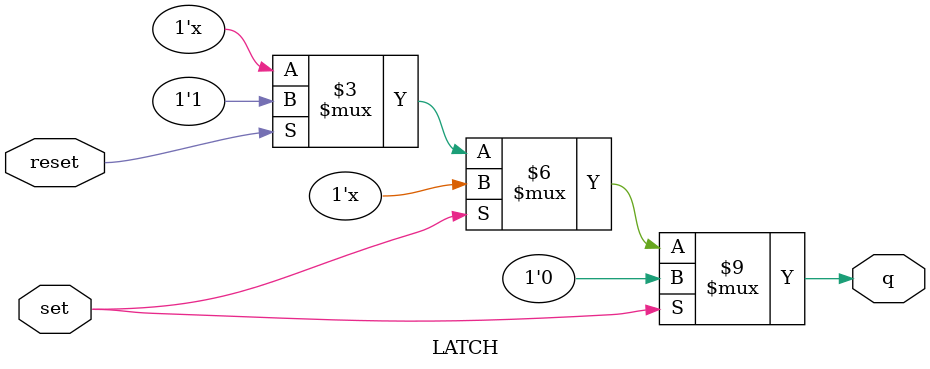
<source format=v>
`timescale 1ns / 1ps
module LATCH(
	input reset,
	input set,
	output reg q
    );

	always@(set, reset)begin
	if(set) q = 0;
	else if(reset) q = 1;
	end

endmodule

</source>
